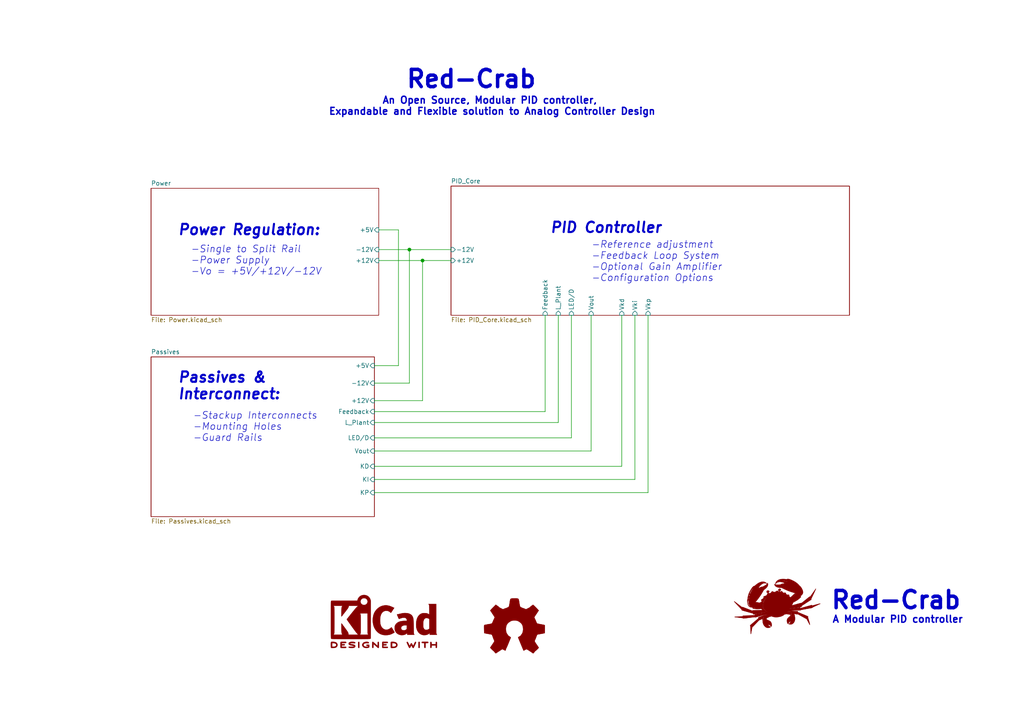
<source format=kicad_sch>
(kicad_sch (version 20211123) (generator eeschema)
  (paper "A4")
  (title_block (title "Red-Crab") (date "2022-07-08") (rev "rc1.0") (company "Designed By:  @aitesam961"))
  (lib_symbols
    (symbol "KiCad Logo:LOGO" (pin_names (offset 1.016)))
    (symbol "Red-Crab:LOGO" (pin_names (offset 1.016)))
    (symbol "oshw logo:LOGO" (pin_names (offset 1.016)))
  )
  (junction (at 122.555 75.565))
  (junction (at 118.745 72.39))
  (wire (pts (xy 109.855 66.675) (xy 115.57 66.675)))
  (wire (pts (xy 108.585 116.205) (xy 122.555 116.205)))
  (wire (pts (xy 122.555 75.565) (xy 130.81 75.565)))
  (wire (pts (xy 108.585 106.045) (xy 115.57 106.045)))
  (wire (pts (xy 108.585 127) (xy 165.735 127)))
  (wire (pts (xy 108.585 119.38) (xy 158.115 119.38)))
  (wire (pts (xy 118.745 111.125) (xy 118.745 72.39)))
  (wire (pts (xy 171.45 130.81) (xy 171.45 91.44)))
  (wire (pts (xy 108.585 135.255) (xy 180.34 135.255)))
  (wire (pts (xy 118.745 72.39) (xy 130.81 72.39)))
  (wire (pts (xy 108.585 142.875) (xy 187.96 142.875)))
  (wire (pts (xy 187.96 142.875) (xy 187.96 91.44)))
  (wire (pts (xy 108.585 130.81) (xy 171.45 130.81)))
  (wire (pts (xy 109.855 75.565) (xy 122.555 75.565)))
  (wire (pts (xy 108.585 122.555) (xy 161.925 122.555)))
  (wire (pts (xy 108.585 139.065) (xy 184.15 139.065)))
  (wire (pts (xy 184.15 91.44) (xy 184.15 139.065)))
  (wire (pts (xy 165.735 91.44) (xy 165.735 127)))
  (wire (pts (xy 122.555 116.205) (xy 122.555 75.565)))
  (wire (pts (xy 109.855 72.39) (xy 118.745 72.39)))
  (wire (pts (xy 115.57 66.675) (xy 115.57 106.045)))
  (wire (pts (xy 158.115 119.38) (xy 158.115 91.44)))
  (wire (pts (xy 180.34 91.44) (xy 180.34 135.255)))
  (wire (pts (xy 161.925 91.44) (xy 161.925 122.555)))
  (wire (pts (xy 108.585 111.125) (xy 118.745 111.125)))
  (text "Passives &\nInterconnect:" (at 51.435 116.205 0) (effects (font (size 3 3) bold italic) (justify left bottom)))
  (text "		An Open Source, Modular PID controller,\nExpandable and Flexible solution to Analog Controller Design" (at 95.25 33.655 0) (effects (font (size 2 2) bold) (justify left bottom)))
  (text "Red-Crab" (at 240.665 177.165 0) (effects (font (size 5 5) bold) (justify left bottom)))
  (text "PID Controller" (at 159.385 67.945 0) (effects (font (size 3 3) bold italic) (justify left bottom)))
  (text "Power Regulation:" (at 51.435 68.58 0) (effects (font (size 3 3) bold italic) (justify left bottom)))
  (text "\n-Single to Split Rail\n-Power Supply\n-Vo = +5V/+12V/-12V" (at 55.245 80.01 0) (effects (font (size 2 2) italic) (justify left bottom)))
  (text "A Modular PID controller" (at 241.3 180.975 0) (effects (font (size 2 2) bold) (justify left bottom)))
  (text "Red-Crab" (at 117.475 26.035 0) (effects (font (size 5 5) bold) (justify left bottom)))
  (text "\n-Stackup Interconnects\n-Mounting Holes\n-Guard Rails" (at 55.88 128.27 0) (effects (font (size 2 2) italic) (justify left bottom)))
  (text "\n-Reference adjustment\n-Feedback Loop System\n-Optional Gain Amplifier\n-Configuration Options\n" (at 171.45 81.915 0) (effects (font (size 2 2) italic) (justify left bottom)))
  (symbol (lib_id "KiCad Logo:LOGO") (at 111.125 180.34 0) (unit 1)
    (property "Reference" "#G2" (effects hide))
    (property "Value" "LOGO" (effects hide))
  )
  (symbol (lib_id "Red-Crab:LOGO") (at 225.425 175.895 0) (unit 1)
    (property "Reference" "#G1" (effects hide))
    (property "Value" "LOGO" (effects hide))
  )
  (symbol (lib_id "oshw logo:LOGO") (at 149.225 181.61 0) (unit 1)
    (property "Reference" "#G3" (effects hide))
    (property "Value" "LOGO" (effects hide))
  )
  (sheet (at 130.81 53.975) (size 115.57 37.465) (stroke (width 0.1524))
    (property "Sheet name" "PID_Core" (at 130.81 53.2634 0) (effects (justify left bottom)))
    (property "Sheet file" "PID_Core.kicad_sch" (at 130.81 92.0246 0) (effects (justify left top)))
    (pin "LED{slash}D" input (at 165.735 91.44 270))
    (pin "+12V" input (at 130.81 75.565 180))
    (pin "-12V" input (at 130.81 72.39 180))
    (pin "Vout" input (at 171.45 91.44 270))
    (pin "Vkd" input (at 180.34 91.44 270))
    (pin "Vkp" input (at 187.96 91.44 270))
    (pin "Vki" input (at 184.15 91.44 270))
    (pin "Feedback" input (at 158.115 91.44 270))
    (pin "L_Plant" input (at 161.925 91.44 270))
  )
  (sheet (at 43.815 54.61) (size 66.04 36.83) (stroke (width 0.1524))
    (property "Sheet name" "Power" (at 43.815 53.8984 0) (effects (justify left bottom)))
    (property "Sheet file" "Power.kicad_sch" (at 43.815 92.0246 0) (effects (justify left top)))
    (pin "+5V" input (at 109.855 66.675 0))
    (pin "-12V" input (at 109.855 72.39 0))
    (pin "+12V" input (at 109.855 75.565 0))
  )
  (sheet (at 43.815 103.505) (size 64.77 46.355) (stroke (width 0.1524))
    (property "Sheet name" "Passives" (at 43.815 102.7934 0) (effects (justify left bottom)))
    (property "Sheet file" "Passives.kicad_sch" (at 43.815 150.4446 0) (effects (justify left top)))
    (pin "-12V" input (at 108.585 111.125 0))
    (pin "+5V" input (at 108.585 106.045 0))
    (pin "+12V" input (at 108.585 116.205 0))
    (pin "KD" input (at 108.585 135.255 0))
    (pin "KI" input (at 108.585 139.065 0))
    (pin "KP" input (at 108.585 142.875 0))
    (pin "Vout" input (at 108.585 130.81 0))
    (pin "LED{slash}D" input (at 108.585 127 0))
    (pin "L_Plant" input (at 108.585 122.555 0))
    (pin "Feedback" input (at 108.585 119.38 0))
  )
)
</source>
